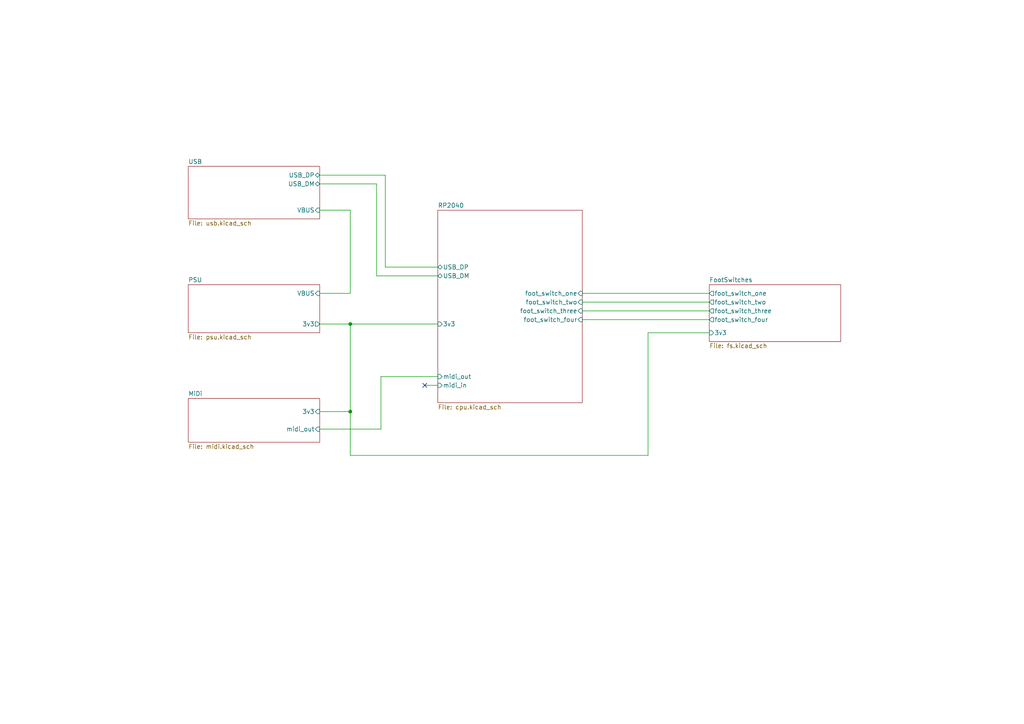
<source format=kicad_sch>
(kicad_sch (version 20210126) (generator eeschema)
  (paper "A4")
  (lib_symbols)
  (junction (at 101.6 93.98) (diameter 0.9144))
  (junction (at 101.6 119.38) (diameter 0.9144))
  (no_connect (at 123.19 111.76))
  (wire (pts (xy 92.71 50.8) (xy 111.76 50.8)))
  (wire (pts (xy 92.71 53.34) (xy 109.22 53.34)))
  (wire (pts (xy 92.71 60.96) (xy 101.6 60.96)))
  (wire (pts (xy 92.71 93.98) (xy 101.6 93.98)))
  (wire (pts (xy 92.71 119.38) (xy 101.6 119.38)))
  (wire (pts (xy 92.71 124.46) (xy 110.49 124.46)))
  (wire (pts (xy 101.6 60.96) (xy 101.6 85.09)))
  (wire (pts (xy 101.6 85.09) (xy 92.71 85.09)))
  (wire (pts (xy 101.6 93.98) (xy 101.6 119.38)))
  (wire (pts (xy 101.6 93.98) (xy 127 93.98)))
  (wire (pts (xy 101.6 119.38) (xy 101.6 132.08)))
  (wire (pts (xy 101.6 132.08) (xy 187.96 132.08)))
  (wire (pts (xy 109.22 53.34) (xy 109.22 80.01)))
  (wire (pts (xy 109.22 80.01) (xy 127 80.01)))
  (wire (pts (xy 110.49 109.22) (xy 110.49 124.46)))
  (wire (pts (xy 111.76 50.8) (xy 111.76 77.47)))
  (wire (pts (xy 111.76 77.47) (xy 127 77.47)))
  (wire (pts (xy 123.19 111.76) (xy 127 111.76)))
  (wire (pts (xy 127 109.22) (xy 110.49 109.22)))
  (wire (pts (xy 168.91 85.09) (xy 205.74 85.09)))
  (wire (pts (xy 168.91 87.63) (xy 205.74 87.63)))
  (wire (pts (xy 168.91 90.17) (xy 205.74 90.17)))
  (wire (pts (xy 168.91 92.71) (xy 205.74 92.71)))
  (wire (pts (xy 187.96 96.52) (xy 205.74 96.52)))
  (wire (pts (xy 187.96 132.08) (xy 187.96 96.52)))
  (sheet (at 205.74 82.55) (size 38.1 16.51) (stroke (width 0.001))
    (property "Sheet name" "FootSwitches" (at 205.74 81.9141 0) (effects (justify left bottom)))
    (property "Sheet file" "fs.kicad_sch" (at 205.74 99.5689 0) (effects (justify left top)))
    (pin "foot_switch_two" output (at 205.74 87.63 180))
    (pin "3v3" input (at 205.74 96.52 180))
    (pin "foot_switch_four" output (at 205.74 92.71 180))
    (pin "foot_switch_three" output (at 205.74 90.17 180))
    (pin "foot_switch_one" output (at 205.74 85.09 180))
  )
  (sheet (at 54.61 115.57) (size 38.1 12.7) (stroke (width 0.001))
    (property "Sheet name" "MiDi" (at 54.61 114.9341 0) (effects (justify left bottom)))
    (property "Sheet file" "midi.kicad_sch" (at 54.61 128.7789 0) (effects (justify left top)))
    (pin "3v3" input (at 92.71 119.38 0))
    (pin "midi_out" input (at 92.71 124.46 0))
  )
  (sheet (at 54.61 82.55) (size 38.1 13.97) (stroke (width 0.001))
    (property "Sheet name" "PSU" (at 54.61 81.9141 0) (effects (justify left bottom)))
    (property "Sheet file" "psu.kicad_sch" (at 54.61 97.0289 0) (effects (justify left top)))
    (pin "VBUS" input (at 92.71 85.09 0))
    (pin "3v3" output (at 92.71 93.98 0))
  )
  (sheet (at 127 60.96) (size 41.91 55.88) (stroke (width 0.001))
    (property "Sheet name" "RP2040" (at 127 60.3241 0) (effects (justify left bottom)))
    (property "Sheet file" "cpu.kicad_sch" (at 127 117.3489 0) (effects (justify left top)))
    (pin "foot_switch_one" input (at 168.91 85.09 0))
    (pin "foot_switch_two" input (at 168.91 87.63 0))
    (pin "foot_switch_three" input (at 168.91 90.17 0))
    (pin "foot_switch_four" input (at 168.91 92.71 0))
    (pin "midi_out" input (at 127 109.22 180))
    (pin "midi_in" input (at 127 111.76 180))
    (pin "3v3" input (at 127 93.98 180))
    (pin "USB_DP" bidirectional (at 127 77.47 180))
    (pin "USB_DM" bidirectional (at 127 80.01 180))
  )
  (sheet (at 54.61 48.26) (size 38.1 15.24) (stroke (width 0.001))
    (property "Sheet name" "USB" (at 54.61 47.6241 0) (effects (justify left bottom)))
    (property "Sheet file" "usb.kicad_sch" (at 54.61 64.0089 0) (effects (justify left top)))
    (pin "USB_DP" bidirectional (at 92.71 50.8 0))
    (pin "VBUS" input (at 92.71 60.96 0))
    (pin "USB_DM" bidirectional (at 92.71 53.34 0))
  )
)
</source>
